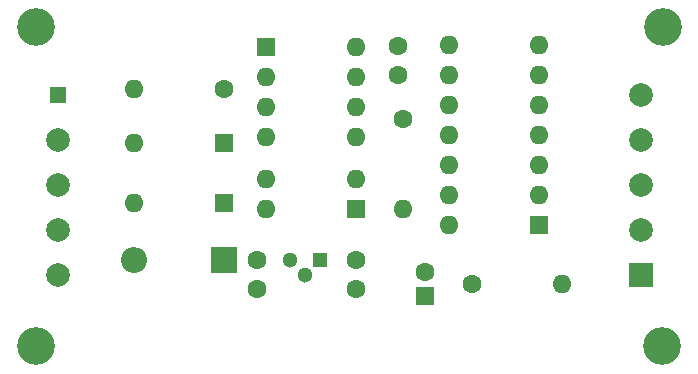
<source format=gbr>
G04 #@! TF.GenerationSoftware,KiCad,Pcbnew,(5.1.5)-3*
G04 #@! TF.CreationDate,2020-06-01T21:13:49+02:00*
G04 #@! TF.ProjectId,CDEHbridgev0.11,43444548-6272-4696-9467-6576302e3131,rev?*
G04 #@! TF.SameCoordinates,Original*
G04 #@! TF.FileFunction,Soldermask,Top*
G04 #@! TF.FilePolarity,Negative*
%FSLAX46Y46*%
G04 Gerber Fmt 4.6, Leading zero omitted, Abs format (unit mm)*
G04 Created by KiCad (PCBNEW (5.1.5)-3) date 2020-06-01 21:13:49*
%MOMM*%
%LPD*%
G04 APERTURE LIST*
%ADD10O,1.600000X1.600000*%
%ADD11C,1.600000*%
%ADD12R,1.600000X1.600000*%
%ADD13R,1.400000X1.400000*%
%ADD14C,2.000000*%
%ADD15C,3.200000*%
%ADD16R,2.000000X2.000000*%
%ADD17R,2.200000X2.200000*%
%ADD18O,2.200000X2.200000*%
%ADD19C,1.300000*%
%ADD20R,1.300000X1.300000*%
G04 APERTURE END LIST*
D10*
X74549000Y-123698000D03*
D11*
X66929000Y-123698000D03*
X60706000Y-106045000D03*
X60706000Y-103545000D03*
D12*
X49530000Y-103632000D03*
D10*
X57150000Y-111252000D03*
X49530000Y-106172000D03*
X57150000Y-108712000D03*
X49530000Y-108712000D03*
X57150000Y-106172000D03*
X49530000Y-111252000D03*
X57150000Y-103632000D03*
D12*
X45974000Y-111760000D03*
D10*
X38354000Y-111760000D03*
D13*
X31877000Y-107696000D03*
D14*
X31877000Y-111506000D03*
X31877000Y-115316000D03*
X31877000Y-119126000D03*
X31877000Y-122936000D03*
D15*
X30000000Y-129000000D03*
X83000000Y-129000000D03*
X83127000Y-102000000D03*
X30000000Y-102000000D03*
D14*
X81280000Y-107696000D03*
X81280000Y-111506000D03*
X81280000Y-115316000D03*
X81280000Y-119126000D03*
D16*
X81280000Y-122936000D03*
D14*
X81280000Y-119126000D03*
D12*
X62992000Y-124714000D03*
D11*
X62992000Y-122714000D03*
X48768000Y-124166000D03*
X48768000Y-121666000D03*
X57150000Y-121666000D03*
X57150000Y-124166000D03*
D10*
X38354000Y-116840000D03*
D12*
X45974000Y-116840000D03*
D17*
X45974000Y-121666000D03*
D18*
X38354000Y-121666000D03*
D11*
X45974000Y-107188000D03*
D10*
X38354000Y-107188000D03*
D11*
X61087000Y-109728000D03*
D10*
X61087000Y-117348000D03*
D12*
X57150000Y-117348000D03*
D10*
X49530000Y-114808000D03*
X57150000Y-114808000D03*
X49530000Y-117348000D03*
D12*
X72644000Y-118745000D03*
D10*
X65024000Y-103505000D03*
X72644000Y-116205000D03*
X65024000Y-106045000D03*
X72644000Y-113665000D03*
X65024000Y-108585000D03*
X72644000Y-111125000D03*
X65024000Y-111125000D03*
X72644000Y-108585000D03*
X65024000Y-113665000D03*
X72644000Y-106045000D03*
X65024000Y-116205000D03*
X72644000Y-103505000D03*
X65024000Y-118745000D03*
D19*
X52832000Y-122936000D03*
X51562000Y-121666000D03*
D20*
X54102000Y-121666000D03*
M02*

</source>
